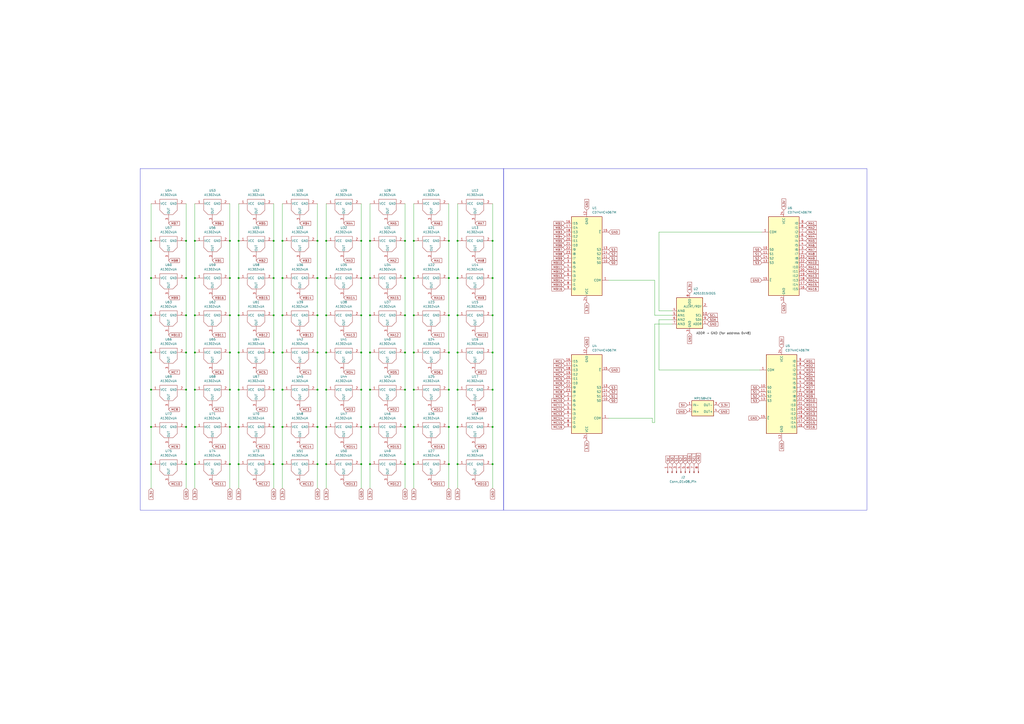
<source format=kicad_sch>
(kicad_sch (version 20250114) (generator "eeschema") (generator_version "9.0")
  (paper "A2")
  (rectangle (start 81.28 97.79) (end 292.1 295.91))
  (rectangle (start 292.1 97.79) (end 502.92 295.91))
  (junction (at 234.95 247.65))
  (junction (at 234.95 204.47))
  (junction (at 113.03 182.88))
  (junction (at 184.15 226.06))
  (junction (at 158.75 161.29))
  (junction (at 87.63 269.24))
  (junction (at 234.95 226.06))
  (junction (at 133.35 161.29))
  (junction (at 240.03 204.47))
  (junction (at 87.63 161.29))
  (junction (at 285.75 139.7))
  (junction (at 184.15 139.7))
  (junction (at 285.75 161.29))
  (junction (at 184.15 247.65))
  (junction (at 265.43 161.29))
  (junction (at 113.03 161.29))
  (junction (at 107.95 161.29))
  (junction (at 138.43 247.65))
  (junction (at 184.15 182.88))
  (junction (at 189.23 204.47))
  (junction (at 260.35 247.65))
  (junction (at 133.35 226.06))
  (junction (at 209.55 247.65))
  (junction (at 107.95 139.7))
  (junction (at 260.35 161.29))
  (junction (at 163.83 226.06))
  (junction (at 158.75 247.65))
  (junction (at 107.95 226.06))
  (junction (at 189.23 269.24))
  (junction (at 184.15 204.47))
  (junction (at 189.23 161.29))
  (junction (at 158.75 226.06))
  (junction (at 158.75 139.7))
  (junction (at 113.03 226.06))
  (junction (at 285.75 269.24))
  (junction (at 240.03 139.7))
  (junction (at 138.43 182.88))
  (junction (at 163.83 247.65))
  (junction (at 234.95 161.29))
  (junction (at 234.95 139.7))
  (junction (at 189.23 247.65))
  (junction (at 285.75 204.47))
  (junction (at 265.43 182.88))
  (junction (at 107.95 204.47))
  (junction (at 240.03 247.65))
  (junction (at 209.55 182.88))
  (junction (at 209.55 204.47))
  (junction (at 133.35 139.7))
  (junction (at 265.43 204.47))
  (junction (at 214.63 226.06))
  (junction (at 189.23 182.88))
  (junction (at 240.03 226.06))
  (junction (at 133.35 247.65))
  (junction (at 189.23 226.06))
  (junction (at 240.03 182.88))
  (junction (at 285.75 182.88))
  (junction (at 265.43 139.7))
  (junction (at 113.03 269.24))
  (junction (at 285.75 247.65))
  (junction (at 265.43 269.24))
  (junction (at 163.83 161.29))
  (junction (at 163.83 269.24))
  (junction (at 189.23 139.7))
  (junction (at 209.55 161.29))
  (junction (at 87.63 204.47))
  (junction (at 234.95 182.88))
  (junction (at 133.35 182.88))
  (junction (at 113.03 247.65))
  (junction (at 209.55 226.06))
  (junction (at 87.63 139.7))
  (junction (at 163.83 139.7))
  (junction (at 265.43 247.65))
  (junction (at 87.63 226.06))
  (junction (at 260.35 182.88))
  (junction (at 214.63 139.7))
  (junction (at 107.95 182.88))
  (junction (at 138.43 226.06))
  (junction (at 163.83 204.47))
  (junction (at 260.35 204.47))
  (junction (at 214.63 269.24))
  (junction (at 209.55 269.24))
  (junction (at 138.43 269.24))
  (junction (at 107.95 269.24))
  (junction (at 260.35 226.06))
  (junction (at 158.75 269.24))
  (junction (at 87.63 247.65))
  (junction (at 163.83 182.88))
  (junction (at 214.63 247.65))
  (junction (at 265.43 226.06))
  (junction (at 184.15 161.29))
  (junction (at 158.75 182.88))
  (junction (at 214.63 182.88))
  (junction (at 138.43 161.29))
  (junction (at 138.43 139.7))
  (junction (at 133.35 269.24))
  (junction (at 87.63 182.88))
  (junction (at 285.75 226.06))
  (junction (at 234.95 269.24))
  (junction (at 209.55 139.7))
  (junction (at 158.75 204.47))
  (junction (at 260.35 139.7))
  (junction (at 240.03 269.24))
  (junction (at 260.35 269.24))
  (junction (at 214.63 204.47))
  (junction (at 133.35 204.47))
  (junction (at 214.63 161.29))
  (junction (at 138.43 204.47))
  (junction (at 184.15 269.24))
  (junction (at 240.03 161.29))
  (junction (at 113.03 139.7))
  (junction (at 107.95 247.65))
  (junction (at 113.03 204.47))
  (wire (pts (xy 240.03 269.24) (xy 240.03 283.21)))
  (wire (pts (xy 209.55 118.11) (xy 209.55 139.7)))
  (wire (pts (xy 285.75 161.29) (xy 285.75 182.88)))
  (wire (pts (xy 189.23 226.06) (xy 189.23 247.65)))
  (wire (pts (xy 189.23 118.11) (xy 189.23 139.7)))
  (wire (pts (xy 163.83 247.65) (xy 163.83 269.24)))
  (wire (pts (xy 184.15 226.06) (xy 184.15 247.65)))
  (wire (pts (xy 107.95 226.06) (xy 107.95 247.65)))
  (wire (pts (xy 158.75 226.06) (xy 158.75 247.65)))
  (wire (pts (xy 113.03 161.29) (xy 113.03 182.88)))
  (wire (pts (xy 260.35 204.47) (xy 260.35 226.06)))
  (wire (pts (xy 158.75 182.88) (xy 158.75 204.47)))
  (wire (pts (xy 133.35 182.88) (xy 133.35 204.47)))
  (wire (pts (xy 209.55 247.65) (xy 209.55 269.24)))
  (wire (pts (xy 234.95 118.11) (xy 234.95 139.7)))
  (wire (pts (xy 107.95 182.88) (xy 107.95 204.47)))
  (wire (pts (xy 265.43 118.11) (xy 265.43 139.7)))
  (wire (pts (xy 285.75 139.7) (xy 285.75 161.29)))
  (wire (pts (xy 184.15 139.7) (xy 184.15 161.29)))
  (wire (pts (xy 113.03 204.47) (xy 113.03 226.06)))
  (wire (pts (xy 163.83 139.7) (xy 163.83 161.29)))
  (wire (pts (xy 138.43 204.47) (xy 138.43 226.06)))
  (wire (pts (xy 189.23 139.7) (xy 189.23 161.29)))
  (wire (pts (xy 158.75 161.29) (xy 158.75 182.88)))
  (wire (pts (xy 234.95 269.24) (xy 234.95 283.21)))
  (wire (pts (xy 113.03 247.65) (xy 113.03 269.24)))
  (wire (pts (xy 189.23 161.29) (xy 189.23 182.88)))
  (wire (pts (xy 163.83 118.11) (xy 163.83 139.7)))
  (wire (pts (xy 378.46 242.57) (xy 353.06 242.57)))
  (wire (pts (xy 158.75 139.7) (xy 158.75 161.29)))
  (wire (pts (xy 133.35 204.47) (xy 133.35 226.06)))
  (wire (pts (xy 184.15 161.29) (xy 184.15 182.88)))
  (wire (pts (xy 234.95 182.88) (xy 234.95 204.47)))
  (wire (pts (xy 214.63 204.47) (xy 214.63 226.06)))
  (wire (pts (xy 234.95 139.7) (xy 234.95 161.29)))
  (wire (pts (xy 285.75 182.88) (xy 285.75 204.47)))
  (wire (pts (xy 214.63 139.7) (xy 214.63 161.29)))
  (wire (pts (xy 87.63 204.47) (xy 87.63 226.06)))
  (wire (pts (xy 138.43 161.29) (xy 138.43 182.88)))
  (wire (pts (xy 260.35 226.06) (xy 260.35 247.65)))
  (wire (pts (xy 138.43 226.06) (xy 138.43 247.65)))
  (wire (pts (xy 107.95 269.24) (xy 107.95 283.21)))
  (wire (pts (xy 234.95 161.29) (xy 234.95 182.88)))
  (wire (pts (xy 113.03 226.06) (xy 113.03 247.65)))
  (wire (pts (xy 189.23 182.88) (xy 189.23 204.47)))
  (wire (pts (xy 234.95 247.65) (xy 234.95 269.24)))
  (wire (pts (xy 113.03 269.24) (xy 113.03 283.21)))
  (wire (pts (xy 189.23 204.47) (xy 189.23 226.06)))
  (wire (pts (xy 87.63 247.65) (xy 87.63 269.24)))
  (wire (pts (xy 285.75 269.24) (xy 285.75 283.21)))
  (wire (pts (xy 209.55 182.88) (xy 209.55 204.47)))
  (wire (pts (xy 209.55 226.06) (xy 209.55 247.65)))
  (wire (pts (xy 209.55 139.7) (xy 209.55 161.29)))
  (wire (pts (xy 265.43 247.65) (xy 265.43 269.24)))
  (wire (pts (xy 184.15 269.24) (xy 184.15 283.21)))
  (wire (pts (xy 87.63 139.7) (xy 87.63 161.29)))
  (wire (pts (xy 163.83 204.47) (xy 163.83 226.06)))
  (wire (pts (xy 158.75 118.11) (xy 158.75 139.7)))
  (wire (pts (xy 379.73 182.88) (xy 389.89 182.88)))
  (wire (pts (xy 260.35 182.88) (xy 260.35 204.47)))
  (wire (pts (xy 87.63 269.24) (xy 87.63 283.21)))
  (wire (pts (xy 214.63 161.29) (xy 214.63 182.88)))
  (wire (pts (xy 133.35 139.7) (xy 133.35 161.29)))
  (wire (pts (xy 234.95 204.47) (xy 234.95 226.06)))
  (wire (pts (xy 382.27 185.42) (xy 389.89 185.42)))
  (wire (pts (xy 87.63 226.06) (xy 87.63 247.65)))
  (wire (pts (xy 113.03 139.7) (xy 113.03 161.29)))
  (wire (pts (xy 107.95 139.7) (xy 107.95 161.29)))
  (wire (pts (xy 285.75 226.06) (xy 285.75 247.65)))
  (wire (pts (xy 133.35 161.29) (xy 133.35 182.88)))
  (wire (pts (xy 441.96 134.62) (xy 382.27 134.62)))
  (wire (pts (xy 214.63 118.11) (xy 214.63 139.7)))
  (wire (pts (xy 240.03 118.11) (xy 240.03 139.7)))
  (wire (pts (xy 379.73 245.11) (xy 379.73 187.96)))
  (wire (pts (xy 133.35 226.06) (xy 133.35 247.65)))
  (wire (pts (xy 234.95 226.06) (xy 234.95 247.65)))
  (wire (pts (xy 209.55 204.47) (xy 209.55 226.06)))
  (wire (pts (xy 240.03 182.88) (xy 240.03 204.47)))
  (wire (pts (xy 107.95 247.65) (xy 107.95 269.24)))
  (wire (pts (xy 163.83 182.88) (xy 163.83 204.47)))
  (wire (pts (xy 138.43 269.24) (xy 138.43 283.21)))
  (wire (pts (xy 184.15 247.65) (xy 184.15 269.24)))
  (wire (pts (xy 214.63 247.65) (xy 214.63 269.24)))
  (wire (pts (xy 138.43 182.88) (xy 138.43 204.47)))
  (wire (pts (xy 353.06 162.56) (xy 379.73 162.56)))
  (wire (pts (xy 189.23 247.65) (xy 189.23 269.24)))
  (wire (pts (xy 133.35 118.11) (xy 133.35 139.7)))
  (wire (pts (xy 214.63 269.24) (xy 214.63 283.21)))
  (wire (pts (xy 158.75 247.65) (xy 158.75 269.24)))
  (wire (pts (xy 260.35 118.11) (xy 260.35 139.7)))
  (wire (pts (xy 87.63 161.29) (xy 87.63 182.88)))
  (wire (pts (xy 440.69 214.63) (xy 382.27 214.63)))
  (wire (pts (xy 378.46 245.11) (xy 378.46 242.57)))
  (wire (pts (xy 113.03 182.88) (xy 113.03 204.47)))
  (wire (pts (xy 260.35 247.65) (xy 260.35 269.24)))
  (wire (pts (xy 240.03 247.65) (xy 240.03 269.24)))
  (wire (pts (xy 382.27 180.34) (xy 389.89 180.34)))
  (wire (pts (xy 260.35 139.7) (xy 260.35 161.29)))
  (wire (pts (xy 107.95 118.11) (xy 107.95 139.7)))
  (wire (pts (xy 265.43 204.47) (xy 265.43 226.06)))
  (wire (pts (xy 265.43 139.7) (xy 265.43 161.29)))
  (wire (pts (xy 133.35 269.24) (xy 133.35 283.21)))
  (wire (pts (xy 138.43 139.7) (xy 138.43 161.29)))
  (wire (pts (xy 133.35 247.65) (xy 133.35 269.24)))
  (wire (pts (xy 138.43 118.11) (xy 138.43 139.7)))
  (wire (pts (xy 113.03 118.11) (xy 113.03 139.7)))
  (wire (pts (xy 214.63 226.06) (xy 214.63 247.65)))
  (wire (pts (xy 138.43 247.65) (xy 138.43 269.24)))
  (wire (pts (xy 158.75 204.47) (xy 158.75 226.06)))
  (wire (pts (xy 163.83 226.06) (xy 163.83 247.65)))
  (wire (pts (xy 382.27 185.42) (xy 382.27 214.63)))
  (wire (pts (xy 240.03 139.7) (xy 240.03 161.29)))
  (wire (pts (xy 184.15 118.11) (xy 184.15 139.7)))
  (wire (pts (xy 163.83 161.29) (xy 163.83 182.88)))
  (wire (pts (xy 260.35 269.24) (xy 260.35 283.21)))
  (wire (pts (xy 209.55 269.24) (xy 209.55 283.21)))
  (wire (pts (xy 265.43 269.24) (xy 265.43 283.21)))
  (wire (pts (xy 184.15 204.47) (xy 184.15 226.06)))
  (wire (pts (xy 189.23 269.24) (xy 189.23 283.21)))
  (wire (pts (xy 209.55 161.29) (xy 209.55 182.88)))
  (wire (pts (xy 240.03 161.29) (xy 240.03 182.88)))
  (wire (pts (xy 265.43 161.29) (xy 265.43 182.88)))
  (wire (pts (xy 285.75 204.47) (xy 285.75 226.06)))
  (wire (pts (xy 240.03 226.06) (xy 240.03 247.65)))
  (wire (pts (xy 240.03 204.47) (xy 240.03 226.06)))
  (wire (pts (xy 158.75 269.24) (xy 158.75 283.21)))
  (wire (pts (xy 87.63 118.11) (xy 87.63 139.7)))
  (wire (pts (xy 265.43 226.06) (xy 265.43 247.65)))
  (wire (pts (xy 214.63 182.88) (xy 214.63 204.47)))
  (wire (pts (xy 107.95 204.47) (xy 107.95 226.06)))
  (wire (pts (xy 285.75 118.11) (xy 285.75 139.7)))
  (wire (pts (xy 87.63 182.88) (xy 87.63 204.47)))
  (wire (pts (xy 382.27 134.62) (xy 382.27 180.34)))
  (wire (pts (xy 265.43 182.88) (xy 265.43 204.47)))
  (wire (pts (xy 107.95 161.29) (xy 107.95 182.88)))
  (wire (pts (xy 379.73 162.56) (xy 379.73 182.88)))
  (wire (pts (xy 260.35 161.29) (xy 260.35 182.88)))
  (wire (pts (xy 379.73 187.96) (xy 389.89 187.96)))
  (wire (pts (xy 285.75 247.65) (xy 285.75 269.24)))
  (wire (pts (xy 184.15 182.88) (xy 184.15 204.47)))
  (wire (pts (xy 163.83 269.24) (xy 163.83 283.21)))
  (wire (pts (xy 378.46 245.11) (xy 379.73 245.11)))
  (label "ADDR → GND (for address 0x48)" (at 403.86 194.31 0))
  (global_label "S1" (shape input) (at 353.06 229.87 0) (property "Intersheetrefs" "${INTERSHEET_REFS}" (effects (hide yes))))
  (global_label "MB13" (shape input) (at 327.66 160.02 180) (property "Intersheetrefs" "${INTERSHEET_REFS}" (effects (hide yes))))
  (global_label "MA16" (shape input) (at 467.36 167.64 0) (property "Intersheetrefs" "${INTERSHEET_REFS}" (effects (hide yes))))
  (global_label "MC8" (shape input) (at 327.66 227.33 180) (property "Intersheetrefs" "${INTERSHEET_REFS}" (effects (hide yes))))
  (global_label "MC3" (shape input) (at 327.66 214.63 180) (property "Intersheetrefs" "${INTERSHEET_REFS}" (effects (hide yes))))
  (global_label "S2" (shape input) (at 353.06 227.33 0) (property "Intersheetrefs" "${INTERSHEET_REFS}" (effects (hide yes))))
  (global_label "MC16" (shape input) (at 327.66 247.65 180) (property "Intersheetrefs" "${INTERSHEET_REFS}" (effects (hide yes))))
  (global_label "MC9" (shape input) (at 327.66 229.87 180) (property "Intersheetrefs" "${INTERSHEET_REFS}" (effects (hide yes))))
  (global_label "MB11" (shape input) (at 123.19 194.31 0) (property "Intersheetrefs" "${INTERSHEET_REFS}" (effects (hide yes))))
  (global_label "MA2" (shape input) (at 467.36 132.08 0) (property "Intersheetrefs" "${INTERSHEET_REFS}" (effects (hide yes))))
  (global_label "MB6" (shape input) (at 123.19 129.54 0) (property "Intersheetrefs" "${INTERSHEET_REFS}" (effects (hide yes))))
  (global_label "GND" (shape input) (at 353.06 214.63 0) (property "Intersheetrefs" "${INTERSHEET_REFS}" (effects (hide yes))))
  (global_label "MA1" (shape input) (at 250.19 151.13 0) (property "Intersheetrefs" "${INTERSHEET_REFS}" (effects (hide yes))))
  (global_label "S3" (shape input) (at 440.69 232.41 180) (property "Intersheetrefs" "${INTERSHEET_REFS}" (effects (hide yes))))
  (global_label "MB13" (shape input) (at 173.99 194.31 0) (property "Intersheetrefs" "${INTERSHEET_REFS}" (effects (hide yes))))
  (global_label "S2" (shape input) (at 394.97 269.24 90) (property "Intersheetrefs" "${INTERSHEET_REFS}" (effects (hide yes))))
  (global_label "3.3V" (shape input) (at 240.03 283.21 270) (property "Intersheetrefs" "${INTERSHEET_REFS}" (effects (hide yes))))
  (global_label "MC15" (shape input) (at 327.66 245.11 180) (property "Intersheetrefs" "${INTERSHEET_REFS}" (effects (hide yes))))
  (global_label "GND" (shape input) (at 353.06 134.62 0) (property "Intersheetrefs" "${INTERSHEET_REFS}" (effects (hide yes))))
  (global_label "S0" (shape input) (at 389.89 269.24 90) (property "Intersheetrefs" "${INTERSHEET_REFS}" (effects (hide yes))))
  (global_label "5V" (shape input) (at 398.78 234.95 180) (property "Intersheetrefs" "${INTERSHEET_REFS}" (effects (hide yes))))
  (global_label "MC13" (shape input) (at 173.99 280.67 0) (property "Intersheetrefs" "${INTERSHEET_REFS}" (effects (hide yes))))
  (global_label "MA1" (shape input) (at 467.36 129.54 0) (property "Intersheetrefs" "${INTERSHEET_REFS}" (effects (hide yes))))
  (global_label "GND" (shape input) (at 340.36 201.93 90) (property "Intersheetrefs" "${INTERSHEET_REFS}" (effects (hide yes))))
  (global_label "MA6" (shape input) (at 250.19 129.54 0) (property "Intersheetrefs" "${INTERSHEET_REFS}" (effects (hide yes))))
  (global_label "MA8" (shape input) (at 275.59 151.13 0) (property "Intersheetrefs" "${INTERSHEET_REFS}" (effects (hide yes))))
  (global_label "MA3" (shape input) (at 199.39 151.13 0) (property "Intersheetrefs" "${INTERSHEET_REFS}" (effects (hide yes))))
  (global_label "MA15" (shape input) (at 467.36 165.1 0) (property "Intersheetrefs" "${INTERSHEET_REFS}" (effects (hide yes))))
  (global_label "S3" (shape input) (at 353.06 224.79 0) (property "Intersheetrefs" "${INTERSHEET_REFS}" (effects (hide yes))))
  (global_label "S0" (shape input) (at 353.06 152.4 0) (property "Intersheetrefs" "${INTERSHEET_REFS}" (effects (hide yes))))
  (global_label "MC8" (shape input) (at 97.79 237.49 0) (property "Intersheetrefs" "${INTERSHEET_REFS}" (effects (hide yes))))
  (global_label "MD4" (shape input) (at 466.09 217.17 0) (property "Intersheetrefs" "${INTERSHEET_REFS}" (effects (hide yes))))
  (global_label "S0" (shape input) (at 440.69 224.79 180) (property "Intersheetrefs" "${INTERSHEET_REFS}" (effects (hide yes))))
  (global_label "3.3V" (shape input) (at 453.39 201.93 90) (property "Intersheetrefs" "${INTERSHEET_REFS}" (effects (hide yes))))
  (global_label "MD16" (shape input) (at 466.09 247.65 0) (property "Intersheetrefs" "${INTERSHEET_REFS}" (effects (hide yes))))
  (global_label "MD8" (shape input) (at 275.59 237.49 0) (property "Intersheetrefs" "${INTERSHEET_REFS}" (effects (hide yes))))
  (global_label "MA7" (shape input) (at 467.36 144.78 0) (property "Intersheetrefs" "${INTERSHEET_REFS}" (effects (hide yes))))
  (global_label "MD1" (shape input) (at 466.09 209.55 0) (property "Intersheetrefs" "${INTERSHEET_REFS}" (effects (hide yes))))
  (global_label "MB6" (shape input) (at 327.66 142.24 180) (property "Intersheetrefs" "${INTERSHEET_REFS}" (effects (hide yes))))
  (global_label "MA6" (shape input) (at 467.36 142.24 0) (property "Intersheetrefs" "${INTERSHEET_REFS}" (effects (hide yes))))
  (global_label "MA14" (shape input) (at 199.39 172.72 0) (property "Intersheetrefs" "${INTERSHEET_REFS}" (effects (hide yes))))
  (global_label "MD4" (shape input) (at 199.39 215.9 0) (property "Intersheetrefs" "${INTERSHEET_REFS}" (effects (hide yes))))
  (global_label "MC10" (shape input) (at 327.66 232.41 180) (property "Intersheetrefs" "${INTERSHEET_REFS}" (effects (hide yes))))
  (global_label "MD5" (shape input) (at 466.09 219.71 0) (property "Intersheetrefs" "${INTERSHEET_REFS}" (effects (hide yes))))
  (global_label "GND" (shape input) (at 234.95 283.21 270) (property "Intersheetrefs" "${INTERSHEET_REFS}" (effects (hide yes))))
  (global_label "MC5" (shape input) (at 327.66 219.71 180) (property "Intersheetrefs" "${INTERSHEET_REFS}" (effects (hide yes))))
  (global_label "MA10" (shape input) (at 275.59 194.31 0) (property "Intersheetrefs" "${INTERSHEET_REFS}" (effects (hide yes))))
  (global_label "MB1" (shape input) (at 123.19 151.13 0) (property "Intersheetrefs" "${INTERSHEET_REFS}" (effects (hide yes))))
  (global_label "MC6" (shape input) (at 327.66 222.25 180) (property "Intersheetrefs" "${INTERSHEET_REFS}" (effects (hide yes))))
  (global_label "MB9" (shape input) (at 327.66 149.86 180) (property "Intersheetrefs" "${INTERSHEET_REFS}" (effects (hide yes))))
  (global_label "SCL" (shape input) (at 402.59 269.24 90) (property "Intersheetrefs" "${INTERSHEET_REFS}" (effects (hide yes))))
  (global_label "MC4" (shape input) (at 327.66 217.17 180) (property "Intersheetrefs" "${INTERSHEET_REFS}" (effects (hide yes))))
  (global_label "3.3V" (shape input) (at 113.03 283.21 270) (property "Intersheetrefs" "${INTERSHEET_REFS}" (effects (hide yes))))
  (global_label "MB15" (shape input) (at 148.59 172.72 0) (property "Intersheetrefs" "${INTERSHEET_REFS}" (effects (hide yes))))
  (global_label "MA15" (shape input) (at 224.79 172.72 0) (property "Intersheetrefs" "${INTERSHEET_REFS}" (effects (hide yes))))
  (global_label "MD13" (shape input) (at 199.39 280.67 0) (property "Intersheetrefs" "${INTERSHEET_REFS}" (effects (hide yes))))
  (global_label "GND" (shape input) (at 285.75 283.21 270) (property "Intersheetrefs" "${INTERSHEET_REFS}" (effects (hide yes))))
  (global_label "MB10" (shape input) (at 327.66 152.4 180) (property "Intersheetrefs" "${INTERSHEET_REFS}" (effects (hide yes))))
  (global_label "MD11" (shape input) (at 466.09 234.95 0) (property "Intersheetrefs" "${INTERSHEET_REFS}" (effects (hide yes))))
  (global_label "MB14" (shape input) (at 173.99 172.72 0) (property "Intersheetrefs" "${INTERSHEET_REFS}" (effects (hide yes))))
  (global_label "MB5" (shape input) (at 327.66 139.7 180) (property "Intersheetrefs" "${INTERSHEET_REFS}" (effects (hide yes))))
  (global_label "GND" (shape input) (at 158.75 283.21 270) (property "Intersheetrefs" "${INTERSHEET_REFS}" (effects (hide yes))))
  (global_label "S1" (shape input) (at 392.43 269.24 90) (property "Intersheetrefs" "${INTERSHEET_REFS}" (effects (hide yes))))
  (global_label "GND" (shape input) (at 410.21 187.96 0) (property "Intersheetrefs" "${INTERSHEET_REFS}" (effects (hide yes))))
  (global_label "MC16" (shape input) (at 123.19 259.08 0) (property "Intersheetrefs" "${INTERSHEET_REFS}" (effects (hide yes))))
  (global_label "SCL" (shape input) (at 410.21 182.88 0) (property "Intersheetrefs" "${INTERSHEET_REFS}" (effects (hide yes))))
  (global_label "MD10" (shape input) (at 466.09 232.41 0) (property "Intersheetrefs" "${INTERSHEET_REFS}" (effects (hide yes))))
  (global_label "MD3" (shape input) (at 199.39 237.49 0) (property "Intersheetrefs" "${INTERSHEET_REFS}" (effects (hide yes))))
  (global_label "GND" (shape input) (at 441.96 162.56 180) (property "Intersheetrefs" "${INTERSHEET_REFS}" (effects (hide yes))))
  (global_label "MB10" (shape input) (at 97.79 194.31 0) (property "Intersheetrefs" "${INTERSHEET_REFS}" (effects (hide yes))))
  (global_label "MC2" (shape input) (at 148.59 237.49 0) (property "Intersheetrefs" "${INTERSHEET_REFS}" (effects (hide yes))))
  (global_label "MA13" (shape input) (at 467.36 160.02 0) (property "Intersheetrefs" "${INTERSHEET_REFS}" (effects (hide yes))))
  (global_label "MD15" (shape input) (at 466.09 245.11 0) (property "Intersheetrefs" "${INTERSHEET_REFS}" (effects (hide yes))))
  (global_label "MC10" (shape input) (at 97.79 280.67 0) (property "Intersheetrefs" "${INTERSHEET_REFS}" (effects (hide yes))))
  (global_label "MB7" (shape input) (at 327.66 144.78 180) (property "Intersheetrefs" "${INTERSHEET_REFS}" (effects (hide yes))))
  (global_label "MC4" (shape input) (at 173.99 215.9 0) (property "Intersheetrefs" "${INTERSHEET_REFS}" (effects (hide yes))))
  (global_label "MB8" (shape input) (at 97.79 151.13 0) (property "Intersheetrefs" "${INTERSHEET_REFS}" (effects (hide yes))))
  (global_label "MD9" (shape input) (at 466.09 229.87 0) (property "Intersheetrefs" "${INTERSHEET_REFS}" (effects (hide yes))))
  (global_label "MB4" (shape input) (at 173.99 129.54 0) (property "Intersheetrefs" "${INTERSHEET_REFS}" (effects (hide yes))))
  (global_label "GND" (shape input) (at 184.15 283.21 270) (property "Intersheetrefs" "${INTERSHEET_REFS}" (effects (hide yes))))
  (global_label "5V" (shape input) (at 387.35 269.24 90) (property "Intersheetrefs" "${INTERSHEET_REFS}" (effects (hide yes))))
  (global_label "S0" (shape input) (at 441.96 144.78 180) (property "Intersheetrefs" "${INTERSHEET_REFS}" (effects (hide yes))))
  (global_label "MA5" (shape input) (at 467.36 139.7 0) (property "Intersheetrefs" "${INTERSHEET_REFS}" (effects (hide yes))))
  (global_label "S1" (shape input) (at 441.96 147.32 180) (property "Intersheetrefs" "${INTERSHEET_REFS}" (effects (hide yes))))
  (global_label "MB9" (shape input) (at 97.79 172.72 0) (property "Intersheetrefs" "${INTERSHEET_REFS}" (effects (hide yes))))
  (global_label "MD6" (shape input) (at 250.19 215.9 0) (property "Intersheetrefs" "${INTERSHEET_REFS}" (effects (hide yes))))
  (global_label "MD13" (shape input) (at 466.09 240.03 0) (property "Intersheetrefs" "${INTERSHEET_REFS}" (effects (hide yes))))
  (global_label "MA12" (shape input) (at 467.36 157.48 0) (property "Intersheetrefs" "${INTERSHEET_REFS}" (effects (hide yes))))
  (global_label "MB2" (shape input) (at 148.59 151.13 0) (property "Intersheetrefs" "${INTERSHEET_REFS}" (effects (hide yes))))
  (global_label "SDA" (shape input) (at 410.21 185.42 0) (property "Intersheetrefs" "${INTERSHEET_REFS}" (effects (hide yes))))
  (global_label "MB14" (shape input) (at 327.66 162.56 180) (property "Intersheetrefs" "${INTERSHEET_REFS}" (effects (hide yes))))
  (global_label "GND" (shape input) (at 209.55 283.21 270) (property "Intersheetrefs" "${INTERSHEET_REFS}" (effects (hide yes))))
  (global_label "MA10" (shape input) (at 467.36 152.4 0) (property "Intersheetrefs" "${INTERSHEET_REFS}" (effects (hide yes))))
  (global_label "MD12" (shape input) (at 466.09 237.49 0) (property "Intersheetrefs" "${INTERSHEET_REFS}" (effects (hide yes))))
  (global_label "MA5" (shape input) (at 224.79 129.54 0) (property "Intersheetrefs" "${INTERSHEET_REFS}" (effects (hide yes))))
  (global_label "MD11" (shape input) (at 250.19 280.67 0) (property "Intersheetrefs" "${INTERSHEET_REFS}" (effects (hide yes))))
  (global_label "MD3" (shape input) (at 466.09 214.63 0) (property "Intersheetrefs" "${INTERSHEET_REFS}" (effects (hide yes))))
  (global_label "MD14" (shape input) (at 466.09 242.57 0) (property "Intersheetrefs" "${INTERSHEET_REFS}" (effects (hide yes))))
  (global_label "MC7" (shape input) (at 327.66 224.79 180) (property "Intersheetrefs" "${INTERSHEET_REFS}" (effects (hide yes))))
  (global_label "MA3" (shape input) (at 467.36 134.62 0) (property "Intersheetrefs" "${INTERSHEET_REFS}" (effects (hide yes))))
  (global_label "MA11" (shape input) (at 467.36 154.94 0) (property "Intersheetrefs" "${INTERSHEET_REFS}" (effects (hide yes))))
  (global_label "MB12" (shape input) (at 327.66 157.48 180) (property "Intersheetrefs" "${INTERSHEET_REFS}" (effects (hide yes))))
  (global_label "MD15" (shape input) (at 224.79 259.08 0) (property "Intersheetrefs" "${INTERSHEET_REFS}" (effects (hide yes))))
  (global_label "MB8" (shape input) (at 327.66 147.32 180) (property "Intersheetrefs" "${INTERSHEET_REFS}" (effects (hide yes))))
  (global_label "MA4" (shape input) (at 467.36 137.16 0) (property "Intersheetrefs" "${INTERSHEET_REFS}" (effects (hide yes))))
  (global_label "3.3V" (shape input) (at 400.05 170.18 90) (property "Intersheetrefs" "${INTERSHEET_REFS}" (effects (hide yes))))
  (global_label "GND" (shape input) (at 405.13 269.24 90) (property "Intersheetrefs" "${INTERSHEET_REFS}" (effects (hide yes))))
  (global_label "MA8" (shape input) (at 467.36 147.32 0) (property "Intersheetrefs" "${INTERSHEET_REFS}" (effects (hide yes))))
  (global_label "GND" (shape input) (at 416.56 238.76 0) (property "Intersheetrefs" "${INTERSHEET_REFS}" (effects (hide yes))))
  (global_label "MC1" (shape input) (at 327.66 209.55 180) (property "Intersheetrefs" "${INTERSHEET_REFS}" (effects (hide yes))))
  (global_label "MD12" (shape input) (at 224.79 280.67 0) (property "Intersheetrefs" "${INTERSHEET_REFS}" (effects (hide yes))))
  (global_label "GND" (shape input) (at 107.95 283.21 270) (property "Intersheetrefs" "${INTERSHEET_REFS}" (effects (hide yes))))
  (global_label "S2" (shape input) (at 440.69 229.87 180) (property "Intersheetrefs" "${INTERSHEET_REFS}" (effects (hide yes))))
  (global_label "3.3V" (shape input) (at 163.83 283.21 270) (property "Intersheetrefs" "${INTERSHEET_REFS}" (effects (hide yes))))
  (global_label "S2" (shape input) (at 441.96 149.86 180) (property "Intersheetrefs" "${INTERSHEET_REFS}" (effects (hide yes))))
  (global_label "GND" (shape input) (at 340.36 121.92 90) (property "Intersheetrefs" "${INTERSHEET_REFS}" (effects (hide yes))))
  (global_label "MB12" (shape input) (at 148.59 194.31 0) (property "Intersheetrefs" "${INTERSHEET_REFS}" (effects (hide yes))))
  (global_label "GND" (shape input) (at 260.35 283.21 270) (property "Intersheetrefs" "${INTERSHEET_REFS}" (effects (hide yes))))
  (global_label "MC1" (shape input) (at 123.19 237.49 0) (property "Intersheetrefs" "${INTERSHEET_REFS}" (effects (hide yes))))
  (global_label "S3" (shape input) (at 353.06 144.78 0) (property "Intersheetrefs" "${INTERSHEET_REFS}" (effects (hide yes))))
  (global_label "MC15" (shape input) (at 148.59 259.08 0) (property "Intersheetrefs" "${INTERSHEET_REFS}" (effects (hide yes))))
  (global_label "GND" (shape input) (at 400.05 193.04 270) (property "Intersheetrefs" "${INTERSHEET_REFS}" (effects (hide yes))))
  (global_label "S3" (shape input) (at 397.51 269.24 90) (property "Intersheetrefs" "${INTERSHEET_REFS}" (effects (hide yes))))
  (global_label "MC14" (shape input) (at 327.66 242.57 180) (property "Intersheetrefs" "${INTERSHEET_REFS}" (effects (hide yes))))
  (global_label "3.3V" (shape input) (at 138.43 283.21 270) (property "Intersheetrefs" "${INTERSHEET_REFS}" (effects (hide yes))))
  (global_label "GND" (shape input) (at 133.35 283.21 270) (property "Intersheetrefs" "${INTERSHEET_REFS}" (effects (hide yes))))
  (global_label "MB15" (shape input) (at 327.66 165.1 180) (property "Intersheetrefs" "${INTERSHEET_REFS}" (effects (hide yes))))
  (global_label "MD10" (shape input) (at 275.59 280.67 0) (property "Intersheetrefs" "${INTERSHEET_REFS}" (effects (hide yes))))
  (global_label "MC13" (shape input) (at 327.66 240.03 180) (property "Intersheetrefs" "${INTERSHEET_REFS}" (effects (hide yes))))
  (global_label "MB1" (shape input) (at 327.66 129.54 180) (property "Intersheetrefs" "${INTERSHEET_REFS}" (effects (hide yes))))
  (global_label "MD7" (shape input) (at 275.59 215.9 0) (property "Intersheetrefs" "${INTERSHEET_REFS}" (effects (hide yes))))
  (global_label "MA7" (shape input) (at 275.59 129.54 0) (property "Intersheetrefs" "${INTERSHEET_REFS}" (effects (hide yes))))
  (global_label "MB16" (shape input) (at 123.19 172.72 0) (property "Intersheetrefs" "${INTERSHEET_REFS}" (effects (hide yes))))
  (global_label "3.3V" (shape input) (at 340.36 175.26 270) (property "Intersheetrefs" "${INTERSHEET_REFS}" (effects (hide yes))))
  (global_label "MC7" (shape input) (at 97.79 215.9 0) (property "Intersheetrefs" "${INTERSHEET_REFS}" (effects (hide yes))))
  (global_label "MB2" (shape input) (at 327.66 132.08 180) (property "Intersheetrefs" "${INTERSHEET_REFS}" (effects (hide yes))))
  (global_label "S2" (shape input) (at 353.06 147.32 0) (property "Intersheetrefs" "${INTERSHEET_REFS}" (effects (hide yes))))
  (global_label "MC6" (shape input) (at 123.19 215.9 0) (property "Intersheetrefs" "${INTERSHEET_REFS}" (effects (hide yes))))
  (global_label "3.3V" (shape input) (at 189.23 283.21 270) (property "Intersheetrefs" "${INTERSHEET_REFS}" (effects (hide yes))))
  (global_label "S0" (shape input) (at 353.06 232.41 0) (property "Intersheetrefs" "${INTERSHEET_REFS}" (effects (hide yes))))
  (global_label "MD5" (shape input) (at 224.79 215.9 0) (property "Intersheetrefs" "${INTERSHEET_REFS}" (effects (hide yes))))
  (global_label "GND" (shape input) (at 398.78 238.76 180) (property "Intersheetrefs" "${INTERSHEET_REFS}" (effects (hide yes))))
  (global_label "MB16" (shape input) (at 327.66 167.64 180) (property "Intersheetrefs" "${INTERSHEET_REFS}" (effects (hide yes))))
  (global_label "MA9" (shape input) (at 467.36 149.86 0) (property "Intersheetrefs" "${INTERSHEET_REFS}" (effects (hide yes))))
  (global_label "MD6" (shape input) (at 466.09 222.25 0) (property "Intersheetrefs" "${INTERSHEET_REFS}" (effects (hide yes))))
  (global_label "3.3V" (shape input) (at 265.43 283.21 270) (property "Intersheetrefs" "${INTERSHEET_REFS}" (effects (hide yes))))
  (global_label "MB3" (shape input) (at 173.99 151.13 0) (property "Intersheetrefs" "${INTERSHEET_REFS}" (effects (hide yes))))
  (global_label "MC11" (shape input) (at 327.66 234.95 180) (property "Intersheetrefs" "${INTERSHEET_REFS}" (effects (hide yes))))
  (global_label "MC12" (shape input) (at 327.66 237.49 180) (property "Intersheetrefs" "${INTERSHEET_REFS}" (effects (hide yes))))
  (global_label "MC9" (shape input) (at 97.79 259.08 0) (property "Intersheetrefs" "${INTERSHEET_REFS}" (effects (hide yes))))
  (global_label "MC11" (shape input) (at 123.19 280.67 0) (property "Intersheetrefs" "${INTERSHEET_REFS}" (effects (hide yes))))
  (global_label "MC2" (shape input) (at 327.66 212.09 180) (property "Intersheetrefs" "${INTERSHEET_REFS}" (effects (hide yes))))
  (global_label "MA13" (shape input) (at 199.39 194.31 0) (property "Intersheetrefs" "${INTERSHEET_REFS}" (effects (hide yes))))
  (global_label "MD1" (shape input) (at 250.19 237.49 0) (property "Intersheetrefs" "${INTERSHEET_REFS}" (effects (hide yes))))
  (global_label "MA11" (shape input) (at 250.19 194.31 0) (property "Intersheetrefs" "${INTERSHEET_REFS}" (effects (hide yes))))
  (global_label "MC14" (shape input) (at 173.99 259.08 0) (property "Intersheetrefs" "${INTERSHEET_REFS}" (effects (hide yes))))
  (global_label "MA2" (shape input) (at 224.79 151.13 0) (property "Intersheetrefs" "${INTERSHEET_REFS}" (effects (hide yes))))
  (global_label "MC3" (shape input) (at 173.99 237.49 0) (property "Intersheetrefs" "${INTERSHEET_REFS}" (effects (hide yes))))
  (global_label "3.3V" (shape input) (at 214.63 283.21 270) (property "Intersheetrefs" "${INTERSHEET_REFS}" (effects (hide yes))))
  (global_label "S3" (shape input) (at 441.96 152.4 180) (property "Intersheetrefs" "${INTERSHEET_REFS}" (effects (hide yes))))
  (global_label "MB3" (shape input) (at 327.66 134.62 180) (property "Intersheetrefs" "${INTERSHEET_REFS}" (effects (hide yes))))
  (global_label "GND" (shape input) (at 453.39 255.27 270) (property "Intersheetrefs" "${INTERSHEET_REFS}" (effects (hide yes))))
  (global_label "MD8" (shape input) (at 466.09 227.33 0) (property "Intersheetrefs" "${INTERSHEET_REFS}" (effects (hide yes))))
  (global_label "GND" (shape input) (at 440.69 242.57 180) (property "Intersheetrefs" "${INTERSHEET_REFS}" (effects (hide yes))))
  (global_label "MB4" (shape input) (at 327.66 137.16 180) (property "Intersheetrefs" "${INTERSHEET_REFS}" (effects (hide yes))))
  (global_label "MD2" (shape input) (at 224.79 237.49 0) (property "Intersheetrefs" "${INTERSHEET_REFS}" (effects (hide yes))))
  (global_label "3.3V" (shape input) (at 416.56 234.95 0) (property "Intersheetrefs" "${INTERSHEET_REFS}" (effects (hide yes))))
  (global_label "MA9" (shape input) (at 275.59 172.72 0) (property "Intersheetrefs" "${INTERSHEET_REFS}" (effects (hide yes))))
  (global_label "MB7" (shape input) (at 97.79 129.54 0) (property "Intersheetrefs" "${INTERSHEET_REFS}" (effects (hide yes))))
  (global_label "MB5" (shape input) (at 148.59 129.54 0) (property "Intersheetrefs" "${INTERSHEET_REFS}" (effects (hide yes))))
  (global_label "S1" (shape input) (at 353.06 149.86 0) (property "Intersheetrefs" "${INTERSHEET_REFS}" (effects (hide yes))))
  (global_label "MD7" (shape input) (at 466.09 224.79 0) (property "Intersheetrefs" "${INTERSHEET_REFS}" (effects (hide yes))))
  (global_label "MD16" (shape input) (at 250.19 259.08 0) (property "Intersheetrefs" "${INTERSHEET_REFS}" (effects (hide yes))))
  (global_label "GND" (shape input) (at 454.66 175.26 270) (property "Intersheetrefs" "${INTERSHEET_REFS}" (effects (hide yes))))
  (global_label "MD2" (shape input) (at 466.09 212.09 0) (property "Intersheetrefs" "${INTERSHEET_REFS}" (effects (hide yes))))
  (global_label "MA14" (shape input) (at 467.36 162.56 0) (property "Intersheetrefs" "${INTERSHEET_REFS}" (effects (hide yes))))
  (global_label "3.3V" (shape input) (at 87.63 283.21 270) (property "Intersheetrefs" "${INTERSHEET_REFS}" (effects (hide yes))))
  (global_label "MC12" (shape input) (at 148.59 280.67 0) (property "Intersheetrefs" "${INTERSHEET_REFS}" (effects (hide yes))))
  (global_label "3.3V" (shape input) (at 454.66 121.92 90) (property "Intersheetrefs" "${INTERSHEET_REFS}" (effects (hide yes))))
  (global_label "MA12" (shape input) (at 224.79 194.31 0) (property "Intersheetrefs" "${INTERSHEET_REFS}" (effects (hide yes))))
  (global_label "MA4" (shape input) (at 199.39 129.54 0) (property "Intersheetrefs" "${INTERSHEET_REFS}" (effects (hide yes))))
  (global_label "3.3V" (shape input) (at 340.36 255.27 270) (property "Intersheetrefs" "${INTERSHEET_REFS}" (effects (hide yes))))
  (global_label "MA16" (shape input) (at 250.19 172.72 0) (property "Intersheetrefs" "${INTERSHEET_REFS}" (effects (hide yes))))
  (global_label "SDA" (shape input) (at 400.05 269.24 90) (property "Intersheetrefs" "${INTERSHEET_REFS}" (effects (hide yes))))
  (global_label "S1" (shape input) (at 440.69 227.33 180) (property "Intersheetrefs" "${INTERSHEET_REFS}" (effects (hide yes))))
  (global_label "MD14" (shape input) (at 199.39 259.08 0) (property "Intersheetrefs" "${INTERSHEET_REFS}" (effects (hide yes))))
  (global_label "MC5" (shape input) (at 148.59 215.9 0) (property "Intersheetrefs" "${INTERSHEET_REFS}" (effects (hide yes))))
  (global_label "MD9" (shape input) (at 275.59 259.08 0) (property "Intersheetrefs" "${INTERSHEET_REFS}" (effects (hide yes))))
  (global_label "MB11" (shape input) (at 327.66 154.94 180) (property "Intersheetrefs" "${INTERSHEET_REFS}" (effects (hide yes))))
  (symbol (lib_id "MagChess:SS49E") (at 199.39 271.78 0) (unit 1)
    (property "Reference" "U50" (at 199.39 261.62 0))
    (property "Value" "A1302xUA" (at 199.39 264.16 0))
    (property "Footprint" "MagChess Footprints:SS49E" (effects (hide yes)))
    (property "Datasheet" "SS49E" (effects (hide yes)))
    (property "Description" "Linear Hall Effect Sensor, 1.3 mV/G, 4.5-6.0V supply, TO-92S (3-pin SIP)" (effects (hide yes)))
  )
  (symbol (lib_id "MagChess:SS49E") (at 224.79 185.42 0) (unit 1)
    (property "Reference" "U37" (at 224.79 175.26 0))
    (property "Value" "A1302xUA" (at 224.79 177.8 0))
    (property "Footprint" "MagChess Footprints:SS49E" (effects (hide yes)))
    (property "Datasheet" "SS49E" (effects (hide yes)))
    (property "Description" "Linear Hall Effect Sensor, 1.3 mV/G, 4.5-6.0V supply, TO-92S (3-pin SIP)" (effects (hide yes)))
  )
  (symbol (lib_id "MagChess:SS49E") (at 148.59 271.78 0) (unit 1)
    (property "Reference" "U73" (at 148.59 261.62 0))
    (property "Value" "A1302xUA" (at 148.59 264.16 0))
    (property "Footprint" "MagChess Footprints:SS49E" (effects (hide yes)))
    (property "Datasheet" "SS49E" (effects (hide yes)))
    (property "Description" "Linear Hall Effect Sensor, 1.3 mV/G, 4.5-6.0V supply, TO-92S (3-pin SIP)" (effects (hide yes)))
  )
  (symbol (lib_id "MagChess:SS49E") (at 148.59 185.42 0) (unit 1)
    (property "Reference" "U61" (at 148.59 175.26 0))
    (property "Value" "A1302xUA" (at 148.59 177.8 0))
    (property "Footprint" "MagChess Footprints:SS49E" (effects (hide yes)))
    (property "Datasheet" "SS49E" (effects (hide yes)))
    (property "Description" "Linear Hall Effect Sensor, 1.3 mV/G, 4.5-6.0V supply, TO-92S (3-pin SIP)" (effects (hide yes)))
  )
  (symbol (lib_id "74xx:CD74HC4067M") (at 340.36 229.87 180) (unit 1)
    (property "Reference" "U4" (at 343.4781 200.66 0) (effects (justify right)))
    (property "Value" "CD74HC4067M" (at 343.4781 203.2 0) (effects (justify right)))
    (property "Footprint" "MagChess Footprints:CD74HC4067" (effects (hide yes)))
    (property "Datasheet" "http://www.ti.com/lit/ds/symlink/cd74hc4067.pdf" (effects (hide yes)))
    (property "Description" "High-Speed CMOS Logic 16-Channel Analog Multiplexer/Demultiplexer, SOIC-24" (effects (hide yes)))
  )
  (symbol (lib_id "Analog_ADC:ADS1015IDGS") (at 400.05 182.88 0) (unit 1)
    (property "Reference" "U2" (at 402.1933 167.64 0) (effects (justify left)))
    (property "Value" "ADS1015IDGS" (at 402.1933 170.18 0) (effects (justify left)))
    (property "Footprint" "MagChess Footprints:ADS1015" (effects (hide yes)))
    (property "Datasheet" "http://www.ti.com/lit/ds/symlink/ads1015.pdf" (effects (hide yes)))
    (property "Description" "Ultra-Small, Low-Power, I2C-Compatible, 3.3-kSPS, 12-Bit ADCs With Internal Reference, Oscillator, and Programmable Comparator, VSSOP-10" (effects (hide yes)))
  )
  (symbol (lib_id "MagChess:SS49E") (at 148.59 250.19 0) (unit 1)
    (property "Reference" "U70" (at 148.59 240.03 0))
    (property "Value" "A1302xUA" (at 148.59 242.57 0))
    (property "Footprint" "MagChess Footprints:SS49E" (effects (hide yes)))
    (property "Datasheet" "SS49E" (effects (hide yes)))
    (property "Description" "Linear Hall Effect Sensor, 1.3 mV/G, 4.5-6.0V supply, TO-92S (3-pin SIP)" (effects (hide yes)))
  )
  (symbol (lib_id "MagChess:SS49E") (at 275.59 271.78 0) (unit 1)
    (property "Reference" "U19" (at 275.59 261.62 0))
    (property "Value" "A1302xUA" (at 275.59 264.16 0))
    (property "Footprint" "MagChess Footprints:SS49E" (effects (hide yes)))
    (property "Datasheet" "SS49E" (effects (hide yes)))
    (property "Description" "Linear Hall Effect Sensor, 1.3 mV/G, 4.5-6.0V supply, TO-92S (3-pin SIP)" (effects (hide yes)))
  )
  (symbol (lib_id "MagChess:SS49E") (at 275.59 142.24 0) (unit 1)
    (property "Reference" "U13" (at 275.59 132.08 0))
    (property "Value" "A1302xUA" (at 275.59 134.62 0))
    (property "Footprint" "MagChess Footprints:SS49E" (effects (hide yes)))
    (property "Datasheet" "SS49E" (effects (hide yes)))
    (property "Description" "Linear Hall Effect Sensor, 1.3 mV/G, 4.5-6.0V supply, TO-92S (3-pin SIP)" (effects (hide yes)))
  )
  (symbol (lib_id "MagChess:SS49E") (at 224.79 250.19 0) (unit 1)
    (property "Reference" "U46" (at 224.79 240.03 0))
    (property "Value" "A1302xUA" (at 224.79 242.57 0))
    (property "Footprint" "MagChess Footprints:SS49E" (effects (hide yes)))
    (property "Datasheet" "SS49E" (effects (hide yes)))
    (property "Description" "Linear Hall Effect Sensor, 1.3 mV/G, 4.5-6.0V supply, TO-92S (3-pin SIP)" (effects (hide yes)))
  )
  (symbol (lib_id "MagChess:SS49E") (at 148.59 228.6 0) (unit 1)
    (property "Reference" "U67" (at 148.59 218.44 0))
    (property "Value" "A1302xUA" (at 148.59 220.98 0))
    (property "Footprint" "MagChess Footprints:SS49E" (effects (hide yes)))
    (property "Datasheet" "SS49E" (effects (hide yes)))
    (property "Description" "Linear Hall Effect Sensor, 1.3 mV/G, 4.5-6.0V supply, TO-92S (3-pin SIP)" (effects (hide yes)))
  )
  (symbol (lib_id "MagChess:SS49E") (at 250.19 271.78 0) (unit 1)
    (property "Reference" "U27" (at 250.19 261.62 0))
    (property "Value" "A1302xUA" (at 250.19 264.16 0))
    (property "Footprint" "MagChess Footprints:SS49E" (effects (hide yes)))
    (property "Datasheet" "SS49E" (effects (hide yes)))
    (property "Description" "Linear Hall Effect Sensor, 1.3 mV/G, 4.5-6.0V supply, TO-92S (3-pin SIP)" (effects (hide yes)))
  )
  (symbol (lib_id "MagChess:SS49E") (at 224.79 120.65 0) (unit 1)
    (property "Reference" "U28" (at 224.79 110.49 0))
    (property "Value" "A1302xUA" (at 224.79 113.03 0))
    (property "Footprint" "MagChess Footprints:SS49E" (effects (hide yes)))
    (property "Datasheet" "SS49E" (effects (hide yes)))
    (property "Description" "Linear Hall Effect Sensor, 1.3 mV/G, 4.5-6.0V supply, TO-92S (3-pin SIP)" (effects (hide yes)))
  )
  (symbol (lib_id "MagChess:SS49E") (at 148.59 142.24 0) (unit 1)
    (property "Reference" "U55" (at 148.59 132.08 0))
    (property "Value" "A1302xUA" (at 148.59 134.62 0))
    (property "Footprint" "MagChess Footprints:SS49E" (effects (hide yes)))
    (property "Datasheet" "SS49E" (effects (hide yes)))
    (property "Description" "Linear Hall Effect Sensor, 1.3 mV/G, 4.5-6.0V supply, TO-92S (3-pin SIP)" (effects (hide yes)))
  )
  (symbol (lib_id "MagChess:SS49E") (at 250.19 185.42 0) (unit 1)
    (property "Reference" "U23" (at 250.19 175.26 0))
    (property "Value" "A1302xUA" (at 250.19 177.8 0))
    (property "Footprint" "MagChess Footprints:SS49E" (effects (hide yes)))
    (property "Datasheet" "SS49E" (effects (hide yes)))
    (property "Description" "Linear Hall Effect Sensor, 1.3 mV/G, 4.5-6.0V supply, TO-92S (3-pin SIP)" (effects (hide yes)))
  )
  (symbol (lib_id "MagChess:SS49E") (at 275.59 250.19 0) (unit 1)
    (property "Reference" "U18" (at 275.59 240.03 0))
    (property "Value" "A1302xUA" (at 275.59 242.57 0))
    (property "Footprint" "MagChess Footprints:SS49E" (effects (hide yes)))
    (property "Datasheet" "SS49E" (effects (hide yes)))
    (property "Description" "Linear Hall Effect Sensor, 1.3 mV/G, 4.5-6.0V supply, TO-92S (3-pin SIP)" (effects (hide yes)))
  )
  (symbol (lib_id "MagChess:SS49E") (at 97.79 120.65 0) (unit 1)
    (property "Reference" "U54" (at 97.79 110.49 0))
    (property "Value" "A1302xUA" (at 97.79 113.03 0))
    (property "Footprint" "MagChess Footprints:SS49E" (effects (hide yes)))
    (property "Datasheet" "SS49E" (effects (hide yes)))
    (property "Description" "Linear Hall Effect Sensor, 1.3 mV/G, 4.5-6.0V supply, TO-92S (3-pin SIP)" (effects (hide yes)))
  )
  (symbol (lib_id "MagChess:SS49E") (at 123.19 142.24 0) (unit 1)
    (property "Reference" "U56" (at 123.19 132.08 0))
    (property "Value" "A1302xUA" (at 123.19 134.62 0))
    (property "Footprint" "MagChess Footprints:SS49E" (effects (hide yes)))
    (property "Datasheet" "SS49E" (effects (hide yes)))
    (property "Description" "Linear Hall Effect Sensor, 1.3 mV/G, 4.5-6.0V supply, TO-92S (3-pin SIP)" (effects (hide yes)))
  )
  (symbol (lib_id "MagChess:SS49E") (at 123.19 250.19 0) (unit 1)
    (property "Reference" "U71" (at 123.19 240.03 0))
    (property "Value" "A1302xUA" (at 123.19 242.57 0))
    (property "Footprint" "MagChess Footprints:SS49E" (effects (hide yes)))
    (property "Datasheet" "SS49E" (effects (hide yes)))
    (property "Description" "Linear Hall Effect Sensor, 1.3 mV/G, 4.5-6.0V supply, TO-92S (3-pin SIP)" (effects (hide yes)))
  )
  (symbol (lib_id "MagChess:SS49E") (at 123.19 228.6 0) (unit 1)
    (property "Reference" "U68" (at 123.19 218.44 0))
    (property "Value" "A1302xUA" (at 123.19 220.98 0))
    (property "Footprint" "MagChess Footprints:SS49E" (effects (hide yes)))
    (property "Datasheet" "SS49E" (effects (hide yes)))
    (property "Description" "Linear Hall Effect Sensor, 1.3 mV/G, 4.5-6.0V supply, TO-92S (3-pin SIP)" (effects (hide yes)))
  )
  (symbol (lib_id "MagChess:SS49E") (at 97.79 142.24 0) (unit 1)
    (property "Reference" "U57" (at 97.79 132.08 0))
    (property "Value" "A1302xUA" (at 97.79 134.62 0))
    (property "Footprint" "MagChess Footprints:SS49E" (effects (hide yes)))
    (property "Datasheet" "SS49E" (effects (hide yes)))
    (property "Description" "Linear Hall Effect Sensor, 1.3 mV/G, 4.5-6.0V supply, TO-92S (3-pin SIP)" (effects (hide yes)))
  )
  (symbol (lib_id "MagChess:SS49E") (at 173.99 271.78 0) (unit 1)
    (property "Reference" "U51" (at 173.99 261.62 0))
    (property "Value" "A1302xUA" (at 173.99 264.16 0))
    (property "Footprint" "MagChess Footprints:SS49E" (effects (hide yes)))
    (property "Datasheet" "SS49E" (effects (hide yes)))
    (property "Description" "Linear Hall Effect Sensor, 1.3 mV/G, 4.5-6.0V supply, TO-92S (3-pin SIP)" (effects (hide yes)))
  )
  (symbol (lib_id "MagChess:SS49E") (at 97.79 228.6 0) (unit 1)
    (property "Reference" "U69" (at 97.79 218.44 0))
    (property "Value" "A1302xUA" (at 97.79 220.98 0))
    (property "Footprint" "MagChess Footprints:SS49E" (effects (hide yes)))
    (property "Datasheet" "SS49E" (effects (hide yes)))
    (property "Description" "Linear Hall Effect Sensor, 1.3 mV/G, 4.5-6.0V supply, TO-92S (3-pin SIP)" (effects (hide yes)))
  )
  (symbol (lib_id "MagChess:SS49E") (at 97.79 185.42 0) (unit 1)
    (property "Reference" "U63" (at 97.79 175.26 0))
    (property "Value" "A1302xUA" (at 97.79 177.8 0))
    (property "Footprint" "MagChess Footprints:SS49E" (effects (hide yes)))
    (property "Datasheet" "SS49E" (effects (hide yes)))
    (property "Description" "Linear Hall Effect Sensor, 1.3 mV/G, 4.5-6.0V supply, TO-92S (3-pin SIP)" (effects (hide yes)))
  )
  (symbol (lib_id "74xx:CD74HC4067M") (at 454.66 147.32 0) (unit 1)
    (property "Reference" "U6" (at 456.8033 120.65 0) (effects (justify left)))
    (property "Value" "CD74HC4067M" (at 456.8033 123.19 0) (effects (justify left)))
    (property "Footprint" "MagChess Footprints:CD74HC4067" (effects (hide yes)))
    (property "Datasheet" "http://www.ti.com/lit/ds/symlink/cd74hc4067.pdf" (effects (hide yes)))
    (property "Description" "High-Speed CMOS Logic 16-Channel Analog Multiplexer/Demultiplexer, SOIC-24" (effects (hide yes)))
  )
  (symbol (lib_id "MagChess:SS49E") (at 173.99 120.65 0) (unit 1)
    (property "Reference" "U30" (at 173.99 110.49 0))
    (property "Value" "A1302xUA" (at 173.99 113.03 0))
    (property "Footprint" "MagChess Footprints:SS49E" (effects (hide yes)))
    (property "Datasheet" "SS49E" (effects (hide yes)))
    (property "Description" "Linear Hall Effect Sensor, 1.3 mV/G, 4.5-6.0V supply, TO-92S (3-pin SIP)" (effects (hide yes)))
  )
  (symbol (lib_id "MagChess:SS49E") (at 97.79 163.83 0) (unit 1)
    (property "Reference" "U60" (at 97.79 153.67 0))
    (property "Value" "A1302xUA" (at 97.79 156.21 0))
    (property "Footprint" "MagChess Footprints:SS49E" (effects (hide yes)))
    (property "Datasheet" "SS49E" (effects (hide yes)))
    (property "Description" "Linear Hall Effect Sensor, 1.3 mV/G, 4.5-6.0V supply, TO-92S (3-pin SIP)" (effects (hide yes)))
  )
  (symbol (lib_id "MagChess:SS49E") (at 275.59 228.6 0) (unit 1)
    (property "Reference" "U17" (at 275.59 218.44 0))
    (property "Value" "A1302xUA" (at 275.59 220.98 0))
    (property "Footprint" "MagChess Footprints:SS49E" (effects (hide yes)))
    (property "Datasheet" "SS49E" (effects (hide yes)))
    (property "Description" "Linear Hall Effect Sensor, 1.3 mV/G, 4.5-6.0V supply, TO-92S (3-pin SIP)" (effects (hide yes)))
  )
  (symbol (lib_id "MagChess:SS49E") (at 224.79 163.83 0) (unit 1)
    (property "Reference" "U34" (at 224.79 153.67 0))
    (property "Value" "A1302xUA" (at 224.79 156.21 0))
    (property "Footprint" "MagChess Footprints:SS49E" (effects (hide yes)))
    (property "Datasheet" "SS49E" (effects (hide yes)))
    (property "Description" "Linear Hall Effect Sensor, 1.3 mV/G, 4.5-6.0V supply, TO-92S (3-pin SIP)" (effects (hide yes)))
  )
  (symbol (lib_id "MagChess:SS49E") (at 250.19 250.19 0) (unit 1)
    (property "Reference" "U26" (at 250.19 240.03 0))
    (property "Value" "A1302xUA" (at 250.19 242.57 0))
    (property "Footprint" "MagChess Footprints:SS49E" (effects (hide yes)))
    (property "Datasheet" "SS49E" (effects (hide yes)))
    (property "Description" "Linear Hall Effect Sensor, 1.3 mV/G, 4.5-6.0V supply, TO-92S (3-pin SIP)" (effects (hide yes)))
  )
  (symbol (lib_id "MagChess:SS49E") (at 148.59 120.65 0) (unit 1)
    (property "Reference" "U52" (at 148.59 110.49 0))
    (property "Value" "A1302xUA" (at 148.59 113.03 0))
    (property "Footprint" "MagChess Footprints:SS49E" (effects (hide yes)))
    (property "Datasheet" "SS49E" (effects (hide yes)))
    (property "Description" "Linear Hall Effect Sensor, 1.3 mV/G, 4.5-6.0V supply, TO-92S (3-pin SIP)" (effects (hide yes)))
  )
  (symbol (lib_id "MagChess:SS49E") (at 148.59 163.83 0) (unit 1)
    (property "Reference" "U58" (at 148.59 153.67 0))
    (property "Value" "A1302xUA" (at 148.59 156.21 0))
    (property "Footprint" "MagChess Footprints:SS49E" (effects (hide yes)))
    (property "Datasheet" "SS49E" (effects (hide yes)))
    (property "Description" "Linear Hall Effect Sensor, 1.3 mV/G, 4.5-6.0V supply, TO-92S (3-pin SIP)" (effects (hide yes)))
  )
  (symbol (lib_id "MagChess:SS49E") (at 275.59 163.83 0) (unit 1)
    (property "Reference" "U14" (at 275.59 153.67 0))
    (property "Value" "A1302xUA" (at 275.59 156.21 0))
    (property "Footprint" "MagChess Footprints:SS49E" (effects (hide yes)))
    (property "Datasheet" "SS49E" (effects (hide yes)))
    (property "Description" "Linear Hall Effect Sensor, 1.3 mV/G, 4.5-6.0V supply, TO-92S (3-pin SIP)" (effects (hide yes)))
  )
  (symbol (lib_id "MagChess:SS49E") (at 199.39 250.19 0) (unit 1)
    (property "Reference" "U47" (at 199.39 240.03 0))
    (property "Value" "A1302xUA" (at 199.39 242.57 0))
    (property "Footprint" "MagChess Footprints:SS49E" (effects (hide yes)))
    (property "Datasheet" "SS49E" (effects (hide yes)))
    (property "Description" "Linear Hall Effect Sensor, 1.3 mV/G, 4.5-6.0V supply, TO-92S (3-pin SIP)" (effects (hide yes)))
  )
  (symbol (lib_id "Connector:Conn_01x08_Pin") (at 394.97 274.32 90) (unit 1)
    (property "Reference" "J2" (at 396.24 276.86 90))
    (property "Value" "Conn_01x08_Pin" (at 396.24 279.4 90))
    (property "Footprint" "Connector_PinHeader_2.54mm:PinHeader_1x08_P2.54mm_Vertical" (effects (hide yes)))
    (property "Description" "Generic connector, single row, 01x08, script generated" (effects (hide yes)))
  )
  (symbol (lib_id "MagChess:SS49E") (at 123.19 120.65 0) (unit 1)
    (property "Reference" "U53" (at 123.19 110.49 0))
    (property "Value" "A1302xUA" (at 123.19 113.03 0))
    (property "Footprint" "MagChess Footprints:SS49E" (effects (hide yes)))
    (property "Datasheet" "SS49E" (effects (hide yes)))
    (property "Description" "Linear Hall Effect Sensor, 1.3 mV/G, 4.5-6.0V supply, TO-92S (3-pin SIP)" (effects (hide yes)))
  )
  (symbol (lib_id "MagChess:SS49E") (at 275.59 185.42 0) (unit 1)
    (property "Reference" "U15" (at 275.59 175.26 0))
    (property "Value" "A1302xUA" (at 275.59 177.8 0))
    (property "Footprint" "MagChess Footprints:SS49E" (effects (hide yes)))
    (property "Datasheet" "SS49E" (effects (hide yes)))
    (property "Description" "Linear Hall Effect Sensor, 1.3 mV/G, 4.5-6.0V supply, TO-92S (3-pin SIP)" (effects (hide yes)))
  )
  (symbol (lib_id "MagChess:SS49E") (at 199.39 142.24 0) (unit 1)
    (property "Reference" "U32" (at 199.39 132.08 0))
    (property "Value" "A1302xUA" (at 199.39 134.62 0))
    (property "Footprint" "MagChess Footprints:SS49E" (effects (hide yes)))
    (property "Datasheet" "SS49E" (effects (hide yes)))
    (property "Description" "Linear Hall Effect Sensor, 1.3 mV/G, 4.5-6.0V supply, TO-92S (3-pin SIP)" (effects (hide yes)))
  )
  (symbol (lib_id "MagChess:SS49E") (at 199.39 228.6 0) (unit 1)
    (property "Reference" "U44" (at 199.39 218.44 0))
    (property "Value" "A1302xUA" (at 199.39 220.98 0))
    (property "Footprint" "MagChess Footprints:SS49E" (effects (hide yes)))
    (property "Datasheet" "SS49E" (effects (hide yes)))
    (property "Description" "Linear Hall Effect Sensor, 1.3 mV/G, 4.5-6.0V supply, TO-92S (3-pin SIP)" (effects (hide yes)))
  )
  (symbol (lib_id "MagChess:SS49E") (at 123.19 163.83 0) (unit 1)
    (property "Reference" "U59" (at 123.19 153.67 0))
    (property "Value" "A1302xUA" (at 123.19 156.21 0))
    (property "Footprint" "MagChess Footprints:SS49E" (effects (hide yes)))
    (property "Datasheet" "SS49E" (effects (hide yes)))
    (property "Description" "Linear Hall Effect Sensor, 1.3 mV/G, 4.5-6.0V supply, TO-92S (3-pin SIP)" (effects (hide yes)))
  )
  (symbol (lib_id "MagChess:SS49E") (at 173.99 207.01 0) (unit 1)
    (property "Reference" "U42" (at 173.99 196.85 0))
    (property "Value" "A1302xUA" (at 173.99 199.39 0))
    (property "Footprint" "MagChess Footprints:SS49E" (effects (hide yes)))
    (property "Datasheet" "SS49E" (effects (hide yes)))
    (property "Description" "Linear Hall Effect Sensor, 1.3 mV/G, 4.5-6.0V supply, TO-92S (3-pin SIP)" (effects (hide yes)))
  )
  (symbol (lib_id "MagChess:SS49E") (at 97.79 250.19 0) (unit 1)
    (property "Reference" "U72" (at 97.79 240.03 0))
    (property "Value" "A1302xUA" (at 97.79 242.57 0))
    (property "Footprint" "MagChess Footprints:SS49E" (effects (hide yes)))
    (property "Datasheet" "SS49E" (effects (hide yes)))
    (property "Description" "Linear Hall Effect Sensor, 1.3 mV/G, 4.5-6.0V supply, TO-92S (3-pin SIP)" (effects (hide yes)))
  )
  (symbol (lib_id "MagChess:SS49E") (at 123.19 271.78 0) (unit 1)
    (property "Reference" "U74" (at 123.19 261.62 0))
    (property "Value" "A1302xUA" (at 123.19 264.16 0))
    (property "Footprint" "MagChess Footprints:SS49E" (effects (hide yes)))
    (property "Datasheet" "SS49E" (effects (hide yes)))
    (property "Description" "Linear Hall Effect Sensor, 1.3 mV/G, 4.5-6.0V supply, TO-92S (3-pin SIP)" (effects (hide yes)))
  )
  (symbol (lib_id "MagChess:SS49E") (at 250.19 120.65 0) (unit 1)
    (property "Reference" "U20" (at 250.19 110.49 0))
    (property "Value" "A1302xUA" (at 250.19 113.03 0))
    (property "Footprint" "MagChess Footprints:SS49E" (effects (hide yes)))
    (property "Datasheet" "SS49E" (effects (hide yes)))
    (property "Description" "Linear Hall Effect Sensor, 1.3 mV/G, 4.5-6.0V supply, TO-92S (3-pin SIP)" (effects (hide yes)))
  )
  (symbol (lib_id "MagChess:SS49E") (at 199.39 207.01 0) (unit 1)
    (property "Reference" "U41" (at 199.39 196.85 0))
    (property "Value" "A1302xUA" (at 199.39 199.39 0))
    (property "Footprint" "MagChess Footprints:SS49E" (effects (hide yes)))
    (property "Datasheet" "SS49E" (effects (hide yes)))
    (property "Description" "Linear Hall Effect Sensor, 1.3 mV/G, 4.5-6.0V supply, TO-92S (3-pin SIP)" (effects (hide yes)))
  )
  (symbol (lib_id "MagChess:SS49E") (at 224.79 271.78 0) (unit 1)
    (property "Reference" "U49" (at 224.79 261.62 0))
    (property "Value" "A1302xUA" (at 224.79 264.16 0))
    (property "Footprint" "MagChess Footprints:SS49E" (effects (hide yes)))
    (property "Datasheet" "SS49E" (effects (hide yes)))
    (property "Description" "Linear Hall Effect Sensor, 1.3 mV/G, 4.5-6.0V supply, TO-92S (3-pin SIP)" (effects (hide yes)))
  )
  (symbol (lib_id "MagChess:SS49E") (at 97.79 207.01 0) (unit 1)
    (property "Reference" "U66" (at 97.79 196.85 0))
    (property "Value" "A1302xUA" (at 97.79 199.39 0))
    (property "Footprint" "MagChess Footprints:SS49E" (effects (hide yes)))
    (property "Datasheet" "SS49E" (effects (hide yes)))
    (property "Description" "Linear Hall Effect Sensor, 1.3 mV/G, 4.5-6.0V supply, TO-92S (3-pin SIP)" (effects (hide yes)))
  )
  (symbol (lib_id "MagChess:SS49E") (at 250.19 207.01 0) (unit 1)
    (property "Reference" "U24" (at 250.19 196.85 0))
    (property "Value" "A1302xUA" (at 250.19 199.39 0))
    (property "Footprint" "MagChess Footprints:SS49E" (effects (hide yes)))
    (property "Datasheet" "SS49E" (effects (hide yes)))
    (property "Description" "Linear Hall Effect Sensor, 1.3 mV/G, 4.5-6.0V supply, TO-92S (3-pin SIP)" (effects (hide yes)))
  )
  (symbol (lib_id "MagChess:SS49E") (at 250.19 142.24 0) (unit 1)
    (property "Reference" "U21" (at 250.19 132.08 0))
    (property "Value" "A1302xUA" (at 250.19 134.62 0))
    (property "Footprint" "MagChess Footprints:SS49E" (effects (hide yes)))
    (property "Datasheet" "SS49E" (effects (hide yes)))
    (property "Description" "Linear Hall Effect Sensor, 1.3 mV/G, 4.5-6.0V supply, TO-92S (3-pin SIP)" (effects (hide yes)))
  )
  (symbol (lib_id "MagChess:SS49E") (at 173.99 250.19 0) (unit 1)
    (property "Reference" "U48" (at 173.99 240.03 0))
    (property "Value" "A1302xUA" (at 173.99 242.57 0))
    (property "Footprint" "MagChess Footprints:SS49E" (effects (hide yes)))
    (property "Datasheet" "SS49E" (effects (hide yes)))
    (property "Description" "Linear Hall Effect Sensor, 1.3 mV/G, 4.5-6.0V supply, TO-92S (3-pin SIP)" (effects (hide yes)))
  )
  (symbol (lib_id "MagChess:SS49E") (at 173.99 163.83 0) (unit 1)
    (property "Reference" "U36" (at 173.99 153.67 0))
    (property "Value" "A1302xUA" (at 173.99 156.21 0))
    (property "Footprint" "MagChess Footprints:SS49E" (effects (hide yes)))
    (property "Datasheet" "SS49E" (effects (hide yes)))
    (property "Description" "Linear Hall Effect Sensor, 1.3 mV/G, 4.5-6.0V supply, TO-92S (3-pin SIP)" (effects (hide yes)))
  )
  (symbol (lib_id "MagChess:SS49E") (at 123.19 207.01 0) (unit 1)
    (property "Reference" "U65" (at 123.19 196.85 0))
    (property "Value" "A1302xUA" (at 123.19 199.39 0))
    (property "Footprint" "MagChess Footprints:SS49E" (effects (hide yes)))
    (property "Datasheet" "SS49E" (effects (hide yes)))
    (property "Description" "Linear Hall Effect Sensor, 1.3 mV/G, 4.5-6.0V supply, TO-92S (3-pin SIP)" (effects (hide yes)))
  )
  (symbol (lib_id "MagChess:SS49E") (at 173.99 228.6 0) (unit 1)
    (property "Reference" "U45" (at 173.99 218.44 0))
    (property "Value" "A1302xUA" (at 173.99 220.98 0))
    (property "Footprint" "MagChess Footprints:SS49E" (effects (hide yes)))
    (property "Datasheet" "SS49E" (effects (hide yes)))
    (property "Description" "Linear Hall Effect Sensor, 1.3 mV/G, 4.5-6.0V supply, TO-92S (3-pin SIP)" (effects (hide yes)))
  )
  (symbol (lib_id "MagChess:SS49E") (at 224.79 207.01 0) (unit 1)
    (property "Reference" "U40" (at 224.79 196.85 0))
    (property "Value" "A1302xUA" (at 224.79 199.39 0))
    (property "Footprint" "MagChess Footprints:SS49E" (effects (hide yes)))
    (property "Datasheet" "SS49E" (effects (hide yes)))
    (property "Description" "Linear Hall Effect Sensor, 1.3 mV/G, 4.5-6.0V supply, TO-92S (3-pin SIP)" (effects (hide yes)))
  )
  (symbol (lib_id "MagChess:SS49E") (at 148.59 207.01 0) (unit 1)
    (property "Reference" "U64" (at 148.59 196.85 0))
    (property "Value" "A1302xUA" (at 148.59 199.39 0))
    (property "Footprint" "MagChess Footprints:SS49E" (effects (hide yes)))
    (property "Datasheet" "SS49E" (effects (hide yes)))
    (property "Description" "Linear Hall Effect Sensor, 1.3 mV/G, 4.5-6.0V supply, TO-92S (3-pin SIP)" (effects (hide yes)))
  )
  (symbol (lib_id "MagChess:SS49E") (at 173.99 142.24 0) (unit 1)
    (property "Reference" "U33" (at 173.99 132.08 0))
    (property "Value" "A1302xUA" (at 173.99 134.62 0))
    (property "Footprint" "MagChess Footprints:SS49E" (effects (hide yes)))
    (property "Datasheet" "SS49E" (effects (hide yes)))
    (property "Description" "Linear Hall Effect Sensor, 1.3 mV/G, 4.5-6.0V supply, TO-92S (3-pin SIP)" (effects (hide yes)))
  )
  (symbol (lib_id "MagChess:SS49E") (at 250.19 228.6 0) (unit 1)
    (property "Reference" "U25" (at 250.19 218.44 0))
    (property "Value" "A1302xUA" (at 250.19 220.98 0))
    (property "Footprint" "MagChess Footprints:SS49E" (effects (hide yes)))
    (property "Datasheet" "SS49E" (effects (hide yes)))
    (property "Description" "Linear Hall Effect Sensor, 1.3 mV/G, 4.5-6.0V supply, TO-92S (3-pin SIP)" (effects (hide yes)))
  )
  (symbol (lib_id "MagChess:SS49E") (at 97.79 271.78 0) (unit 1)
    (property "Reference" "U75" (at 97.79 261.62 0))
    (property "Value" "A1302xUA" (at 97.79 264.16 0))
    (property "Footprint" "MagChess Footprints:SS49E" (effects (hide yes)))
    (property "Datasheet" "SS49E" (effects (hide yes)))
    (property "Description" "Linear Hall Effect Sensor, 1.3 mV/G, 4.5-6.0V supply, TO-92S (3-pin SIP)" (effects (hide yes)))
  )
  (symbol (lib_id "MagChess:SS49E") (at 173.99 185.42 0) (unit 1)
    (property "Reference" "U39" (at 173.99 175.26 0))
    (property "Value" "A1302xUA" (at 173.99 177.8 0))
    (property "Footprint" "MagChess Footprints:SS49E" (effects (hide yes)))
    (property "Datasheet" "SS49E" (effects (hide yes)))
    (property "Description" "Linear Hall Effect Sensor, 1.3 mV/G, 4.5-6.0V supply, TO-92S (3-pin SIP)" (effects (hide yes)))
  )
  (symbol (lib_id "MagChess:SS49E") (at 224.79 228.6 0) (unit 1)
    (property "Reference" "U43" (at 224.79 218.44 0))
    (property "Value" "A1302xUA" (at 224.79 220.98 0))
    (property "Footprint" "MagChess Footprints:SS49E" (effects (hide yes)))
    (property "Datasheet" "SS49E" (effects (hide yes)))
    (property "Description" "Linear Hall Effect Sensor, 1.3 mV/G, 4.5-6.0V supply, TO-92S (3-pin SIP)" (effects (hide yes)))
  )
  (symbol (lib_id "MagChess:SS49E") (at 199.39 185.42 0) (unit 1)
    (property "Reference" "U38" (at 199.39 175.26 0))
    (property "Value" "A1302xUA" (at 199.39 177.8 0))
    (property "Footprint" "MagChess Footprints:SS49E" (effects (hide yes)))
    (property "Datasheet" "SS49E" (effects (hide yes)))
    (property "Description" "Linear Hall Effect Sensor, 1.3 mV/G, 4.5-6.0V supply, TO-92S (3-pin SIP)" (effects (hide yes)))
  )
  (symbol (lib_id "74xx:CD74HC4067M") (at 340.36 149.86 180) (unit 1)
    (property "Reference" "U1" (at 343.4781 120.65 0) (effects (justify right)))
    (property "Value" "CD74HC4067M" (at 343.4781 123.19 0) (effects (justify right)))
    (property "Footprint" "MagChess Footprints:CD74HC4067" (effects (hide yes)))
    (property "Datasheet" "http://www.ti.com/lit/ds/symlink/cd74hc4067.pdf" (effects (hide yes)))
    (property "Description" "High-Speed CMOS Logic 16-Channel Analog Multiplexer/Demultiplexer, SOIC-24" (effects (hide yes)))
  )
  (symbol (lib_id "MagChess:SS49E") (at 123.19 185.42 0) (unit 1)
    (property "Reference" "U62" (at 123.19 175.26 0))
    (property "Value" "A1302xUA" (at 123.19 177.8 0))
    (property "Footprint" "MagChess Footprints:SS49E" (effects (hide yes)))
    (property "Datasheet" "SS49E" (effects (hide yes)))
    (property "Description" "Linear Hall Effect Sensor, 1.3 mV/G, 4.5-6.0V supply, TO-92S (3-pin SIP)" (effects (hide yes)))
  )
  (symbol (lib_id "74xx:CD74HC4067M") (at 453.39 227.33 0) (unit 1)
    (property "Reference" "U5" (at 455.5333 200.66 0) (effects (justify left)))
    (property "Value" "CD74HC4067M" (at 455.5333 203.2 0) (effects (justify left)))
    (property "Footprint" "MagChess Footprints:CD74HC4067" (effects (hide yes)))
    (property "Datasheet" "http://www.ti.com/lit/ds/symlink/cd74hc4067.pdf" (effects (hide yes)))
    (property "Description" "High-Speed CMOS Logic 16-Channel Analog Multiplexer/Demultiplexer, SOIC-24" (effects (hide yes)))
  )
  (symbol (lib_id "MagChess:SS49E") (at 199.39 163.83 0) (unit 1)
    (property "Reference" "U35" (at 199.39 153.67 0))
    (property "Value" "A1302xUA" (at 199.39 156.21 0))
    (property "Footprint" "MagChess Footprints:SS49E" (effects (hide yes)))
    (property "Datasheet" "SS49E" (effects (hide yes)))
    (property "Description" "Linear Hall Effect Sensor, 1.3 mV/G, 4.5-6.0V supply, TO-92S (3-pin SIP)" (effects (hide yes)))
  )
  (symbol (lib_id "MagChess:SS49E") (at 275.59 120.65 0) (unit 1)
    (property "Reference" "U12" (at 275.59 110.49 0))
    (property "Value" "A1302xUA" (at 275.59 113.03 0))
    (property "Footprint" "MagChess Footprints:SS49E" (effects (hide yes)))
    (property "Datasheet" "SS49E" (effects (hide yes)))
    (property "Description" "Linear Hall Effect Sensor, 1.3 mV/G, 4.5-6.0V supply, TO-92S (3-pin SIP)" (effects (hide yes)))
  )
  (symbol (lib_id "MagChess:SS49E") (at 199.39 120.65 0) (unit 1)
    (property "Reference" "U29" (at 199.39 110.49 0))
    (property "Value" "A1302xUA" (at 199.39 113.03 0))
    (property "Footprint" "MagChess Footprints:SS49E" (effects (hide yes)))
    (property "Datasheet" "SS49E" (effects (hide yes)))
    (property "Description" "Linear Hall Effect Sensor, 1.3 mV/G, 4.5-6.0V supply, TO-92S (3-pin SIP)" (effects (hide yes)))
  )
  (symbol (lib_id "MagChess:SS49E") (at 250.19 163.83 0) (unit 1)
    (property "Reference" "U22" (at 250.19 153.67 0))
    (property "Value" "A1302xUA" (at 250.19 156.21 0))
    (property "Footprint" "MagChess Footprints:SS49E" (effects (hide yes)))
    (property "Datasheet" "SS49E" (effects (hide yes)))
    (property "Description" "Linear Hall Effect Sensor, 1.3 mV/G, 4.5-6.0V supply, TO-92S (3-pin SIP)" (effects (hide yes)))
  )
  (symbol (lib_id "MagChess:SS49E") (at 275.59 207.01 0) (unit 1)
    (property "Reference" "U16" (at 275.59 196.85 0))
    (property "Value" "A1302xUA" (at 275.59 199.39 0))
    (property "Footprint" "MagChess Footprints:SS49E" (effects (hide yes)))
    (property "Datasheet" "SS49E" (effects (hide yes)))
    (property "Description" "Linear Hall Effect Sensor, 1.3 mV/G, 4.5-6.0V supply, TO-92S (3-pin SIP)" (effects (hide yes)))
  )
  (symbol (lib_id "MagChess:MP1584EN") (at 407.67 234.95 0) (unit 1)
    (property "Reference" "U3" (effects (hide yes)))
    (property "Value" "MP1584EN" (at 407.67 231.14 0))
    (property "Footprint" "MagChess Footprints:MP1584" (effects (hide yes)))
  )
  (symbol (lib_id "MagChess:SS49E") (at 224.79 142.24 0) (unit 1)
    (property "Reference" "U31" (at 224.79 132.08 0))
    (property "Value" "A1302xUA" (at 224.79 134.62 0))
    (property "Footprint" "MagChess Footprints:SS49E" (effects (hide yes)))
    (property "Datasheet" "SS49E" (effects (hide yes)))
    (property "Description" "Linear Hall Effect Sensor, 1.3 mV/G, 4.5-6.0V supply, TO-92S (3-pin SIP)" (effects (hide yes)))
  )
)
</source>
